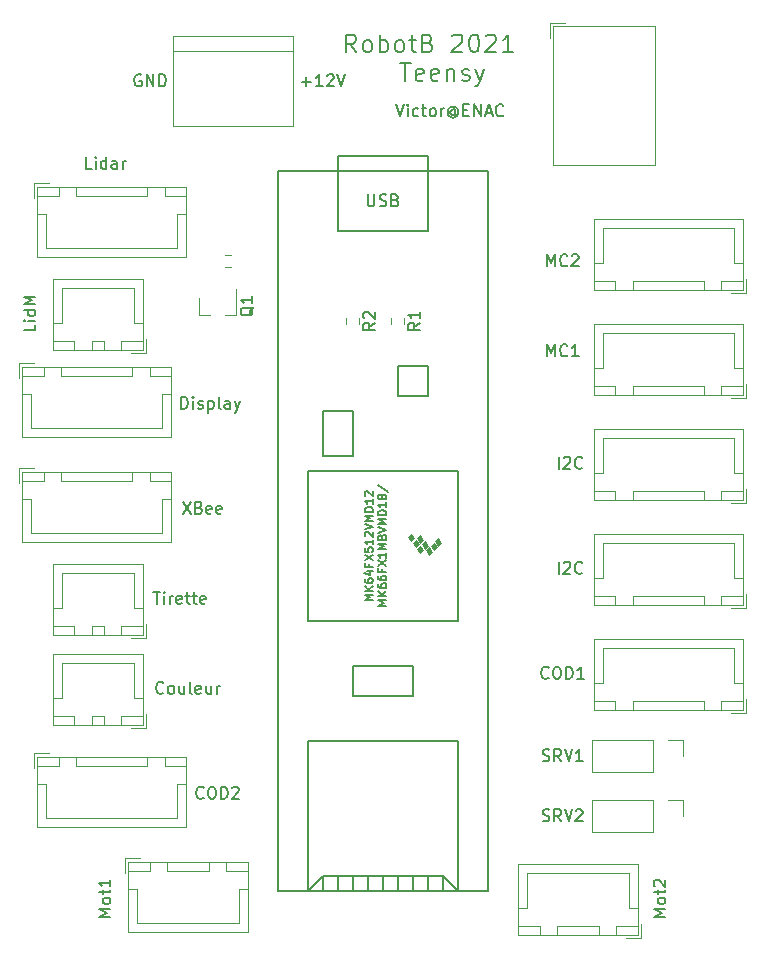
<source format=gbr>
%TF.GenerationSoftware,KiCad,Pcbnew,(5.1.9)-1*%
%TF.CreationDate,2021-03-25T13:19:16+01:00*%
%TF.ProjectId,kicad_robot_teensy,6b696361-645f-4726-9f62-6f745f746565,rev?*%
%TF.SameCoordinates,Original*%
%TF.FileFunction,Legend,Top*%
%TF.FilePolarity,Positive*%
%FSLAX46Y46*%
G04 Gerber Fmt 4.6, Leading zero omitted, Abs format (unit mm)*
G04 Created by KiCad (PCBNEW (5.1.9)-1) date 2021-03-25 13:19:16*
%MOMM*%
%LPD*%
G01*
G04 APERTURE LIST*
%ADD10C,0.150000*%
%ADD11C,0.120000*%
%ADD12C,0.100000*%
G04 APERTURE END LIST*
D10*
X160028095Y-92162380D02*
X160028095Y-92971904D01*
X160075714Y-93067142D01*
X160123333Y-93114761D01*
X160218571Y-93162380D01*
X160409047Y-93162380D01*
X160504285Y-93114761D01*
X160551904Y-93067142D01*
X160599523Y-92971904D01*
X160599523Y-92162380D01*
X161028095Y-93114761D02*
X161170952Y-93162380D01*
X161409047Y-93162380D01*
X161504285Y-93114761D01*
X161551904Y-93067142D01*
X161599523Y-92971904D01*
X161599523Y-92876666D01*
X161551904Y-92781428D01*
X161504285Y-92733809D01*
X161409047Y-92686190D01*
X161218571Y-92638571D01*
X161123333Y-92590952D01*
X161075714Y-92543333D01*
X161028095Y-92448095D01*
X161028095Y-92352857D01*
X161075714Y-92257619D01*
X161123333Y-92210000D01*
X161218571Y-92162380D01*
X161456666Y-92162380D01*
X161599523Y-92210000D01*
X162361428Y-92638571D02*
X162504285Y-92686190D01*
X162551904Y-92733809D01*
X162599523Y-92829047D01*
X162599523Y-92971904D01*
X162551904Y-93067142D01*
X162504285Y-93114761D01*
X162409047Y-93162380D01*
X162028095Y-93162380D01*
X162028095Y-92162380D01*
X162361428Y-92162380D01*
X162456666Y-92210000D01*
X162504285Y-92257619D01*
X162551904Y-92352857D01*
X162551904Y-92448095D01*
X162504285Y-92543333D01*
X162456666Y-92590952D01*
X162361428Y-92638571D01*
X162028095Y-92638571D01*
X162409761Y-84542380D02*
X162743095Y-85542380D01*
X163076428Y-84542380D01*
X163409761Y-85542380D02*
X163409761Y-84875714D01*
X163409761Y-84542380D02*
X163362142Y-84590000D01*
X163409761Y-84637619D01*
X163457380Y-84590000D01*
X163409761Y-84542380D01*
X163409761Y-84637619D01*
X164314523Y-85494761D02*
X164219285Y-85542380D01*
X164028809Y-85542380D01*
X163933571Y-85494761D01*
X163885952Y-85447142D01*
X163838333Y-85351904D01*
X163838333Y-85066190D01*
X163885952Y-84970952D01*
X163933571Y-84923333D01*
X164028809Y-84875714D01*
X164219285Y-84875714D01*
X164314523Y-84923333D01*
X164600238Y-84875714D02*
X164981190Y-84875714D01*
X164743095Y-84542380D02*
X164743095Y-85399523D01*
X164790714Y-85494761D01*
X164885952Y-85542380D01*
X164981190Y-85542380D01*
X165457380Y-85542380D02*
X165362142Y-85494761D01*
X165314523Y-85447142D01*
X165266904Y-85351904D01*
X165266904Y-85066190D01*
X165314523Y-84970952D01*
X165362142Y-84923333D01*
X165457380Y-84875714D01*
X165600238Y-84875714D01*
X165695476Y-84923333D01*
X165743095Y-84970952D01*
X165790714Y-85066190D01*
X165790714Y-85351904D01*
X165743095Y-85447142D01*
X165695476Y-85494761D01*
X165600238Y-85542380D01*
X165457380Y-85542380D01*
X166219285Y-85542380D02*
X166219285Y-84875714D01*
X166219285Y-85066190D02*
X166266904Y-84970952D01*
X166314523Y-84923333D01*
X166409761Y-84875714D01*
X166505000Y-84875714D01*
X167457380Y-85066190D02*
X167409761Y-85018571D01*
X167314523Y-84970952D01*
X167219285Y-84970952D01*
X167124047Y-85018571D01*
X167076428Y-85066190D01*
X167028809Y-85161428D01*
X167028809Y-85256666D01*
X167076428Y-85351904D01*
X167124047Y-85399523D01*
X167219285Y-85447142D01*
X167314523Y-85447142D01*
X167409761Y-85399523D01*
X167457380Y-85351904D01*
X167457380Y-84970952D02*
X167457380Y-85351904D01*
X167505000Y-85399523D01*
X167552619Y-85399523D01*
X167647857Y-85351904D01*
X167695476Y-85256666D01*
X167695476Y-85018571D01*
X167600238Y-84875714D01*
X167457380Y-84780476D01*
X167266904Y-84732857D01*
X167076428Y-84780476D01*
X166933571Y-84875714D01*
X166838333Y-85018571D01*
X166790714Y-85209047D01*
X166838333Y-85399523D01*
X166933571Y-85542380D01*
X167076428Y-85637619D01*
X167266904Y-85685238D01*
X167457380Y-85637619D01*
X167600238Y-85542380D01*
X168124047Y-85018571D02*
X168457380Y-85018571D01*
X168600238Y-85542380D02*
X168124047Y-85542380D01*
X168124047Y-84542380D01*
X168600238Y-84542380D01*
X169028809Y-85542380D02*
X169028809Y-84542380D01*
X169600238Y-85542380D01*
X169600238Y-84542380D01*
X170028809Y-85256666D02*
X170505000Y-85256666D01*
X169933571Y-85542380D02*
X170266904Y-84542380D01*
X170600238Y-85542380D01*
X171505000Y-85447142D02*
X171457380Y-85494761D01*
X171314523Y-85542380D01*
X171219285Y-85542380D01*
X171076428Y-85494761D01*
X170981190Y-85399523D01*
X170933571Y-85304285D01*
X170885952Y-85113809D01*
X170885952Y-84970952D01*
X170933571Y-84780476D01*
X170981190Y-84685238D01*
X171076428Y-84590000D01*
X171219285Y-84542380D01*
X171314523Y-84542380D01*
X171457380Y-84590000D01*
X171505000Y-84637619D01*
X159048571Y-80123571D02*
X158548571Y-79409285D01*
X158191428Y-80123571D02*
X158191428Y-78623571D01*
X158762857Y-78623571D01*
X158905714Y-78695000D01*
X158977142Y-78766428D01*
X159048571Y-78909285D01*
X159048571Y-79123571D01*
X158977142Y-79266428D01*
X158905714Y-79337857D01*
X158762857Y-79409285D01*
X158191428Y-79409285D01*
X159905714Y-80123571D02*
X159762857Y-80052142D01*
X159691428Y-79980714D01*
X159620000Y-79837857D01*
X159620000Y-79409285D01*
X159691428Y-79266428D01*
X159762857Y-79195000D01*
X159905714Y-79123571D01*
X160120000Y-79123571D01*
X160262857Y-79195000D01*
X160334285Y-79266428D01*
X160405714Y-79409285D01*
X160405714Y-79837857D01*
X160334285Y-79980714D01*
X160262857Y-80052142D01*
X160120000Y-80123571D01*
X159905714Y-80123571D01*
X161048571Y-80123571D02*
X161048571Y-78623571D01*
X161048571Y-79195000D02*
X161191428Y-79123571D01*
X161477142Y-79123571D01*
X161620000Y-79195000D01*
X161691428Y-79266428D01*
X161762857Y-79409285D01*
X161762857Y-79837857D01*
X161691428Y-79980714D01*
X161620000Y-80052142D01*
X161477142Y-80123571D01*
X161191428Y-80123571D01*
X161048571Y-80052142D01*
X162620000Y-80123571D02*
X162477142Y-80052142D01*
X162405714Y-79980714D01*
X162334285Y-79837857D01*
X162334285Y-79409285D01*
X162405714Y-79266428D01*
X162477142Y-79195000D01*
X162620000Y-79123571D01*
X162834285Y-79123571D01*
X162977142Y-79195000D01*
X163048571Y-79266428D01*
X163120000Y-79409285D01*
X163120000Y-79837857D01*
X163048571Y-79980714D01*
X162977142Y-80052142D01*
X162834285Y-80123571D01*
X162620000Y-80123571D01*
X163548571Y-79123571D02*
X164120000Y-79123571D01*
X163762857Y-78623571D02*
X163762857Y-79909285D01*
X163834285Y-80052142D01*
X163977142Y-80123571D01*
X164120000Y-80123571D01*
X165120000Y-79337857D02*
X165334285Y-79409285D01*
X165405714Y-79480714D01*
X165477142Y-79623571D01*
X165477142Y-79837857D01*
X165405714Y-79980714D01*
X165334285Y-80052142D01*
X165191428Y-80123571D01*
X164620000Y-80123571D01*
X164620000Y-78623571D01*
X165120000Y-78623571D01*
X165262857Y-78695000D01*
X165334285Y-78766428D01*
X165405714Y-78909285D01*
X165405714Y-79052142D01*
X165334285Y-79195000D01*
X165262857Y-79266428D01*
X165120000Y-79337857D01*
X164620000Y-79337857D01*
X167191428Y-78766428D02*
X167262857Y-78695000D01*
X167405714Y-78623571D01*
X167762857Y-78623571D01*
X167905714Y-78695000D01*
X167977142Y-78766428D01*
X168048571Y-78909285D01*
X168048571Y-79052142D01*
X167977142Y-79266428D01*
X167120000Y-80123571D01*
X168048571Y-80123571D01*
X168977142Y-78623571D02*
X169120000Y-78623571D01*
X169262857Y-78695000D01*
X169334285Y-78766428D01*
X169405714Y-78909285D01*
X169477142Y-79195000D01*
X169477142Y-79552142D01*
X169405714Y-79837857D01*
X169334285Y-79980714D01*
X169262857Y-80052142D01*
X169120000Y-80123571D01*
X168977142Y-80123571D01*
X168834285Y-80052142D01*
X168762857Y-79980714D01*
X168691428Y-79837857D01*
X168620000Y-79552142D01*
X168620000Y-79195000D01*
X168691428Y-78909285D01*
X168762857Y-78766428D01*
X168834285Y-78695000D01*
X168977142Y-78623571D01*
X170048571Y-78766428D02*
X170120000Y-78695000D01*
X170262857Y-78623571D01*
X170620000Y-78623571D01*
X170762857Y-78695000D01*
X170834285Y-78766428D01*
X170905714Y-78909285D01*
X170905714Y-79052142D01*
X170834285Y-79266428D01*
X169977142Y-80123571D01*
X170905714Y-80123571D01*
X172334285Y-80123571D02*
X171477142Y-80123571D01*
X171905714Y-80123571D02*
X171905714Y-78623571D01*
X171762857Y-78837857D01*
X171620000Y-78980714D01*
X171477142Y-79052142D01*
X162798571Y-81023571D02*
X163655714Y-81023571D01*
X163227142Y-82523571D02*
X163227142Y-81023571D01*
X164727142Y-82452142D02*
X164584285Y-82523571D01*
X164298571Y-82523571D01*
X164155714Y-82452142D01*
X164084285Y-82309285D01*
X164084285Y-81737857D01*
X164155714Y-81595000D01*
X164298571Y-81523571D01*
X164584285Y-81523571D01*
X164727142Y-81595000D01*
X164798571Y-81737857D01*
X164798571Y-81880714D01*
X164084285Y-82023571D01*
X166012857Y-82452142D02*
X165870000Y-82523571D01*
X165584285Y-82523571D01*
X165441428Y-82452142D01*
X165370000Y-82309285D01*
X165370000Y-81737857D01*
X165441428Y-81595000D01*
X165584285Y-81523571D01*
X165870000Y-81523571D01*
X166012857Y-81595000D01*
X166084285Y-81737857D01*
X166084285Y-81880714D01*
X165370000Y-82023571D01*
X166727142Y-81523571D02*
X166727142Y-82523571D01*
X166727142Y-81666428D02*
X166798571Y-81595000D01*
X166941428Y-81523571D01*
X167155714Y-81523571D01*
X167298571Y-81595000D01*
X167370000Y-81737857D01*
X167370000Y-82523571D01*
X168012857Y-82452142D02*
X168155714Y-82523571D01*
X168441428Y-82523571D01*
X168584285Y-82452142D01*
X168655714Y-82309285D01*
X168655714Y-82237857D01*
X168584285Y-82095000D01*
X168441428Y-82023571D01*
X168227142Y-82023571D01*
X168084285Y-81952142D01*
X168012857Y-81809285D01*
X168012857Y-81737857D01*
X168084285Y-81595000D01*
X168227142Y-81523571D01*
X168441428Y-81523571D01*
X168584285Y-81595000D01*
X169155714Y-81523571D02*
X169512857Y-82523571D01*
X169870000Y-81523571D02*
X169512857Y-82523571D01*
X169370000Y-82880714D01*
X169298571Y-82952142D01*
X169155714Y-83023571D01*
X154448095Y-82621428D02*
X155210000Y-82621428D01*
X154829047Y-83002380D02*
X154829047Y-82240476D01*
X156210000Y-83002380D02*
X155638571Y-83002380D01*
X155924285Y-83002380D02*
X155924285Y-82002380D01*
X155829047Y-82145238D01*
X155733809Y-82240476D01*
X155638571Y-82288095D01*
X156590952Y-82097619D02*
X156638571Y-82050000D01*
X156733809Y-82002380D01*
X156971904Y-82002380D01*
X157067142Y-82050000D01*
X157114761Y-82097619D01*
X157162380Y-82192857D01*
X157162380Y-82288095D01*
X157114761Y-82430952D01*
X156543333Y-83002380D01*
X157162380Y-83002380D01*
X157448095Y-82002380D02*
X157781428Y-83002380D01*
X158114761Y-82002380D01*
X140843095Y-82050000D02*
X140747857Y-82002380D01*
X140605000Y-82002380D01*
X140462142Y-82050000D01*
X140366904Y-82145238D01*
X140319285Y-82240476D01*
X140271666Y-82430952D01*
X140271666Y-82573809D01*
X140319285Y-82764285D01*
X140366904Y-82859523D01*
X140462142Y-82954761D01*
X140605000Y-83002380D01*
X140700238Y-83002380D01*
X140843095Y-82954761D01*
X140890714Y-82907142D01*
X140890714Y-82573809D01*
X140700238Y-82573809D01*
X141319285Y-83002380D02*
X141319285Y-82002380D01*
X141890714Y-83002380D01*
X141890714Y-82002380D01*
X142366904Y-83002380D02*
X142366904Y-82002380D01*
X142605000Y-82002380D01*
X142747857Y-82050000D01*
X142843095Y-82145238D01*
X142890714Y-82240476D01*
X142938333Y-82430952D01*
X142938333Y-82573809D01*
X142890714Y-82764285D01*
X142843095Y-82859523D01*
X142747857Y-82954761D01*
X142605000Y-83002380D01*
X142366904Y-83002380D01*
X136652142Y-89987380D02*
X136175952Y-89987380D01*
X136175952Y-88987380D01*
X136985476Y-89987380D02*
X136985476Y-89320714D01*
X136985476Y-88987380D02*
X136937857Y-89035000D01*
X136985476Y-89082619D01*
X137033095Y-89035000D01*
X136985476Y-88987380D01*
X136985476Y-89082619D01*
X137890238Y-89987380D02*
X137890238Y-88987380D01*
X137890238Y-89939761D02*
X137795000Y-89987380D01*
X137604523Y-89987380D01*
X137509285Y-89939761D01*
X137461666Y-89892142D01*
X137414047Y-89796904D01*
X137414047Y-89511190D01*
X137461666Y-89415952D01*
X137509285Y-89368333D01*
X137604523Y-89320714D01*
X137795000Y-89320714D01*
X137890238Y-89368333D01*
X138795000Y-89987380D02*
X138795000Y-89463571D01*
X138747380Y-89368333D01*
X138652142Y-89320714D01*
X138461666Y-89320714D01*
X138366428Y-89368333D01*
X138795000Y-89939761D02*
X138699761Y-89987380D01*
X138461666Y-89987380D01*
X138366428Y-89939761D01*
X138318809Y-89844523D01*
X138318809Y-89749285D01*
X138366428Y-89654047D01*
X138461666Y-89606428D01*
X138699761Y-89606428D01*
X138795000Y-89558809D01*
X139271190Y-89987380D02*
X139271190Y-89320714D01*
X139271190Y-89511190D02*
X139318809Y-89415952D01*
X139366428Y-89368333D01*
X139461666Y-89320714D01*
X139556904Y-89320714D01*
X131897380Y-103187380D02*
X131897380Y-103663571D01*
X130897380Y-103663571D01*
X131897380Y-102854047D02*
X131230714Y-102854047D01*
X130897380Y-102854047D02*
X130945000Y-102901666D01*
X130992619Y-102854047D01*
X130945000Y-102806428D01*
X130897380Y-102854047D01*
X130992619Y-102854047D01*
X131897380Y-101949285D02*
X130897380Y-101949285D01*
X131849761Y-101949285D02*
X131897380Y-102044523D01*
X131897380Y-102235000D01*
X131849761Y-102330238D01*
X131802142Y-102377857D01*
X131706904Y-102425476D01*
X131421190Y-102425476D01*
X131325952Y-102377857D01*
X131278333Y-102330238D01*
X131230714Y-102235000D01*
X131230714Y-102044523D01*
X131278333Y-101949285D01*
X131897380Y-101473095D02*
X130897380Y-101473095D01*
X131611666Y-101139761D01*
X130897380Y-100806428D01*
X131897380Y-100806428D01*
X144232619Y-110307380D02*
X144232619Y-109307380D01*
X144470714Y-109307380D01*
X144613571Y-109355000D01*
X144708809Y-109450238D01*
X144756428Y-109545476D01*
X144804047Y-109735952D01*
X144804047Y-109878809D01*
X144756428Y-110069285D01*
X144708809Y-110164523D01*
X144613571Y-110259761D01*
X144470714Y-110307380D01*
X144232619Y-110307380D01*
X145232619Y-110307380D02*
X145232619Y-109640714D01*
X145232619Y-109307380D02*
X145185000Y-109355000D01*
X145232619Y-109402619D01*
X145280238Y-109355000D01*
X145232619Y-109307380D01*
X145232619Y-109402619D01*
X145661190Y-110259761D02*
X145756428Y-110307380D01*
X145946904Y-110307380D01*
X146042142Y-110259761D01*
X146089761Y-110164523D01*
X146089761Y-110116904D01*
X146042142Y-110021666D01*
X145946904Y-109974047D01*
X145804047Y-109974047D01*
X145708809Y-109926428D01*
X145661190Y-109831190D01*
X145661190Y-109783571D01*
X145708809Y-109688333D01*
X145804047Y-109640714D01*
X145946904Y-109640714D01*
X146042142Y-109688333D01*
X146518333Y-109640714D02*
X146518333Y-110640714D01*
X146518333Y-109688333D02*
X146613571Y-109640714D01*
X146804047Y-109640714D01*
X146899285Y-109688333D01*
X146946904Y-109735952D01*
X146994523Y-109831190D01*
X146994523Y-110116904D01*
X146946904Y-110212142D01*
X146899285Y-110259761D01*
X146804047Y-110307380D01*
X146613571Y-110307380D01*
X146518333Y-110259761D01*
X147565952Y-110307380D02*
X147470714Y-110259761D01*
X147423095Y-110164523D01*
X147423095Y-109307380D01*
X148375476Y-110307380D02*
X148375476Y-109783571D01*
X148327857Y-109688333D01*
X148232619Y-109640714D01*
X148042142Y-109640714D01*
X147946904Y-109688333D01*
X148375476Y-110259761D02*
X148280238Y-110307380D01*
X148042142Y-110307380D01*
X147946904Y-110259761D01*
X147899285Y-110164523D01*
X147899285Y-110069285D01*
X147946904Y-109974047D01*
X148042142Y-109926428D01*
X148280238Y-109926428D01*
X148375476Y-109878809D01*
X148756428Y-109640714D02*
X148994523Y-110307380D01*
X149232619Y-109640714D02*
X148994523Y-110307380D01*
X148899285Y-110545476D01*
X148851666Y-110593095D01*
X148756428Y-110640714D01*
X144359523Y-118197380D02*
X145026190Y-119197380D01*
X145026190Y-118197380D02*
X144359523Y-119197380D01*
X145740476Y-118673571D02*
X145883333Y-118721190D01*
X145930952Y-118768809D01*
X145978571Y-118864047D01*
X145978571Y-119006904D01*
X145930952Y-119102142D01*
X145883333Y-119149761D01*
X145788095Y-119197380D01*
X145407142Y-119197380D01*
X145407142Y-118197380D01*
X145740476Y-118197380D01*
X145835714Y-118245000D01*
X145883333Y-118292619D01*
X145930952Y-118387857D01*
X145930952Y-118483095D01*
X145883333Y-118578333D01*
X145835714Y-118625952D01*
X145740476Y-118673571D01*
X145407142Y-118673571D01*
X146788095Y-119149761D02*
X146692857Y-119197380D01*
X146502380Y-119197380D01*
X146407142Y-119149761D01*
X146359523Y-119054523D01*
X146359523Y-118673571D01*
X146407142Y-118578333D01*
X146502380Y-118530714D01*
X146692857Y-118530714D01*
X146788095Y-118578333D01*
X146835714Y-118673571D01*
X146835714Y-118768809D01*
X146359523Y-118864047D01*
X147645238Y-119149761D02*
X147550000Y-119197380D01*
X147359523Y-119197380D01*
X147264285Y-119149761D01*
X147216666Y-119054523D01*
X147216666Y-118673571D01*
X147264285Y-118578333D01*
X147359523Y-118530714D01*
X147550000Y-118530714D01*
X147645238Y-118578333D01*
X147692857Y-118673571D01*
X147692857Y-118768809D01*
X147216666Y-118864047D01*
X142732380Y-134342142D02*
X142684761Y-134389761D01*
X142541904Y-134437380D01*
X142446666Y-134437380D01*
X142303809Y-134389761D01*
X142208571Y-134294523D01*
X142160952Y-134199285D01*
X142113333Y-134008809D01*
X142113333Y-133865952D01*
X142160952Y-133675476D01*
X142208571Y-133580238D01*
X142303809Y-133485000D01*
X142446666Y-133437380D01*
X142541904Y-133437380D01*
X142684761Y-133485000D01*
X142732380Y-133532619D01*
X143303809Y-134437380D02*
X143208571Y-134389761D01*
X143160952Y-134342142D01*
X143113333Y-134246904D01*
X143113333Y-133961190D01*
X143160952Y-133865952D01*
X143208571Y-133818333D01*
X143303809Y-133770714D01*
X143446666Y-133770714D01*
X143541904Y-133818333D01*
X143589523Y-133865952D01*
X143637142Y-133961190D01*
X143637142Y-134246904D01*
X143589523Y-134342142D01*
X143541904Y-134389761D01*
X143446666Y-134437380D01*
X143303809Y-134437380D01*
X144494285Y-133770714D02*
X144494285Y-134437380D01*
X144065714Y-133770714D02*
X144065714Y-134294523D01*
X144113333Y-134389761D01*
X144208571Y-134437380D01*
X144351428Y-134437380D01*
X144446666Y-134389761D01*
X144494285Y-134342142D01*
X145113333Y-134437380D02*
X145018095Y-134389761D01*
X144970476Y-134294523D01*
X144970476Y-133437380D01*
X145875238Y-134389761D02*
X145780000Y-134437380D01*
X145589523Y-134437380D01*
X145494285Y-134389761D01*
X145446666Y-134294523D01*
X145446666Y-133913571D01*
X145494285Y-133818333D01*
X145589523Y-133770714D01*
X145780000Y-133770714D01*
X145875238Y-133818333D01*
X145922857Y-133913571D01*
X145922857Y-134008809D01*
X145446666Y-134104047D01*
X146780000Y-133770714D02*
X146780000Y-134437380D01*
X146351428Y-133770714D02*
X146351428Y-134294523D01*
X146399047Y-134389761D01*
X146494285Y-134437380D01*
X146637142Y-134437380D01*
X146732380Y-134389761D01*
X146780000Y-134342142D01*
X147256190Y-134437380D02*
X147256190Y-133770714D01*
X147256190Y-133961190D02*
X147303809Y-133865952D01*
X147351428Y-133818333D01*
X147446666Y-133770714D01*
X147541904Y-133770714D01*
X141883095Y-125817380D02*
X142454523Y-125817380D01*
X142168809Y-126817380D02*
X142168809Y-125817380D01*
X142787857Y-126817380D02*
X142787857Y-126150714D01*
X142787857Y-125817380D02*
X142740238Y-125865000D01*
X142787857Y-125912619D01*
X142835476Y-125865000D01*
X142787857Y-125817380D01*
X142787857Y-125912619D01*
X143264047Y-126817380D02*
X143264047Y-126150714D01*
X143264047Y-126341190D02*
X143311666Y-126245952D01*
X143359285Y-126198333D01*
X143454523Y-126150714D01*
X143549761Y-126150714D01*
X144264047Y-126769761D02*
X144168809Y-126817380D01*
X143978333Y-126817380D01*
X143883095Y-126769761D01*
X143835476Y-126674523D01*
X143835476Y-126293571D01*
X143883095Y-126198333D01*
X143978333Y-126150714D01*
X144168809Y-126150714D01*
X144264047Y-126198333D01*
X144311666Y-126293571D01*
X144311666Y-126388809D01*
X143835476Y-126484047D01*
X144597380Y-126150714D02*
X144978333Y-126150714D01*
X144740238Y-125817380D02*
X144740238Y-126674523D01*
X144787857Y-126769761D01*
X144883095Y-126817380D01*
X144978333Y-126817380D01*
X145168809Y-126150714D02*
X145549761Y-126150714D01*
X145311666Y-125817380D02*
X145311666Y-126674523D01*
X145359285Y-126769761D01*
X145454523Y-126817380D01*
X145549761Y-126817380D01*
X146264047Y-126769761D02*
X146168809Y-126817380D01*
X145978333Y-126817380D01*
X145883095Y-126769761D01*
X145835476Y-126674523D01*
X145835476Y-126293571D01*
X145883095Y-126198333D01*
X145978333Y-126150714D01*
X146168809Y-126150714D01*
X146264047Y-126198333D01*
X146311666Y-126293571D01*
X146311666Y-126388809D01*
X145835476Y-126484047D01*
X146129523Y-143232142D02*
X146081904Y-143279761D01*
X145939047Y-143327380D01*
X145843809Y-143327380D01*
X145700952Y-143279761D01*
X145605714Y-143184523D01*
X145558095Y-143089285D01*
X145510476Y-142898809D01*
X145510476Y-142755952D01*
X145558095Y-142565476D01*
X145605714Y-142470238D01*
X145700952Y-142375000D01*
X145843809Y-142327380D01*
X145939047Y-142327380D01*
X146081904Y-142375000D01*
X146129523Y-142422619D01*
X146748571Y-142327380D02*
X146939047Y-142327380D01*
X147034285Y-142375000D01*
X147129523Y-142470238D01*
X147177142Y-142660714D01*
X147177142Y-142994047D01*
X147129523Y-143184523D01*
X147034285Y-143279761D01*
X146939047Y-143327380D01*
X146748571Y-143327380D01*
X146653333Y-143279761D01*
X146558095Y-143184523D01*
X146510476Y-142994047D01*
X146510476Y-142660714D01*
X146558095Y-142470238D01*
X146653333Y-142375000D01*
X146748571Y-142327380D01*
X147605714Y-143327380D02*
X147605714Y-142327380D01*
X147843809Y-142327380D01*
X147986666Y-142375000D01*
X148081904Y-142470238D01*
X148129523Y-142565476D01*
X148177142Y-142755952D01*
X148177142Y-142898809D01*
X148129523Y-143089285D01*
X148081904Y-143184523D01*
X147986666Y-143279761D01*
X147843809Y-143327380D01*
X147605714Y-143327380D01*
X148558095Y-142422619D02*
X148605714Y-142375000D01*
X148700952Y-142327380D01*
X148939047Y-142327380D01*
X149034285Y-142375000D01*
X149081904Y-142422619D01*
X149129523Y-142517857D01*
X149129523Y-142613095D01*
X149081904Y-142755952D01*
X148510476Y-143327380D01*
X149129523Y-143327380D01*
X138247380Y-153312619D02*
X137247380Y-153312619D01*
X137961666Y-152979285D01*
X137247380Y-152645952D01*
X138247380Y-152645952D01*
X138247380Y-152026904D02*
X138199761Y-152122142D01*
X138152142Y-152169761D01*
X138056904Y-152217380D01*
X137771190Y-152217380D01*
X137675952Y-152169761D01*
X137628333Y-152122142D01*
X137580714Y-152026904D01*
X137580714Y-151884047D01*
X137628333Y-151788809D01*
X137675952Y-151741190D01*
X137771190Y-151693571D01*
X138056904Y-151693571D01*
X138152142Y-151741190D01*
X138199761Y-151788809D01*
X138247380Y-151884047D01*
X138247380Y-152026904D01*
X137580714Y-151407857D02*
X137580714Y-151026904D01*
X137247380Y-151265000D02*
X138104523Y-151265000D01*
X138199761Y-151217380D01*
X138247380Y-151122142D01*
X138247380Y-151026904D01*
X138247380Y-150169761D02*
X138247380Y-150741190D01*
X138247380Y-150455476D02*
X137247380Y-150455476D01*
X137390238Y-150550714D01*
X137485476Y-150645952D01*
X137533095Y-150741190D01*
X185237380Y-153312619D02*
X184237380Y-153312619D01*
X184951666Y-152979285D01*
X184237380Y-152645952D01*
X185237380Y-152645952D01*
X185237380Y-152026904D02*
X185189761Y-152122142D01*
X185142142Y-152169761D01*
X185046904Y-152217380D01*
X184761190Y-152217380D01*
X184665952Y-152169761D01*
X184618333Y-152122142D01*
X184570714Y-152026904D01*
X184570714Y-151884047D01*
X184618333Y-151788809D01*
X184665952Y-151741190D01*
X184761190Y-151693571D01*
X185046904Y-151693571D01*
X185142142Y-151741190D01*
X185189761Y-151788809D01*
X185237380Y-151884047D01*
X185237380Y-152026904D01*
X184570714Y-151407857D02*
X184570714Y-151026904D01*
X184237380Y-151265000D02*
X185094523Y-151265000D01*
X185189761Y-151217380D01*
X185237380Y-151122142D01*
X185237380Y-151026904D01*
X184332619Y-150741190D02*
X184285000Y-150693571D01*
X184237380Y-150598333D01*
X184237380Y-150360238D01*
X184285000Y-150265000D01*
X184332619Y-150217380D01*
X184427857Y-150169761D01*
X184523095Y-150169761D01*
X184665952Y-150217380D01*
X185237380Y-150788809D01*
X185237380Y-150169761D01*
X174839523Y-145184761D02*
X174982380Y-145232380D01*
X175220476Y-145232380D01*
X175315714Y-145184761D01*
X175363333Y-145137142D01*
X175410952Y-145041904D01*
X175410952Y-144946666D01*
X175363333Y-144851428D01*
X175315714Y-144803809D01*
X175220476Y-144756190D01*
X175030000Y-144708571D01*
X174934761Y-144660952D01*
X174887142Y-144613333D01*
X174839523Y-144518095D01*
X174839523Y-144422857D01*
X174887142Y-144327619D01*
X174934761Y-144280000D01*
X175030000Y-144232380D01*
X175268095Y-144232380D01*
X175410952Y-144280000D01*
X176410952Y-145232380D02*
X176077619Y-144756190D01*
X175839523Y-145232380D02*
X175839523Y-144232380D01*
X176220476Y-144232380D01*
X176315714Y-144280000D01*
X176363333Y-144327619D01*
X176410952Y-144422857D01*
X176410952Y-144565714D01*
X176363333Y-144660952D01*
X176315714Y-144708571D01*
X176220476Y-144756190D01*
X175839523Y-144756190D01*
X176696666Y-144232380D02*
X177030000Y-145232380D01*
X177363333Y-144232380D01*
X177649047Y-144327619D02*
X177696666Y-144280000D01*
X177791904Y-144232380D01*
X178030000Y-144232380D01*
X178125238Y-144280000D01*
X178172857Y-144327619D01*
X178220476Y-144422857D01*
X178220476Y-144518095D01*
X178172857Y-144660952D01*
X177601428Y-145232380D01*
X178220476Y-145232380D01*
X174839523Y-140104761D02*
X174982380Y-140152380D01*
X175220476Y-140152380D01*
X175315714Y-140104761D01*
X175363333Y-140057142D01*
X175410952Y-139961904D01*
X175410952Y-139866666D01*
X175363333Y-139771428D01*
X175315714Y-139723809D01*
X175220476Y-139676190D01*
X175030000Y-139628571D01*
X174934761Y-139580952D01*
X174887142Y-139533333D01*
X174839523Y-139438095D01*
X174839523Y-139342857D01*
X174887142Y-139247619D01*
X174934761Y-139200000D01*
X175030000Y-139152380D01*
X175268095Y-139152380D01*
X175410952Y-139200000D01*
X176410952Y-140152380D02*
X176077619Y-139676190D01*
X175839523Y-140152380D02*
X175839523Y-139152380D01*
X176220476Y-139152380D01*
X176315714Y-139200000D01*
X176363333Y-139247619D01*
X176410952Y-139342857D01*
X176410952Y-139485714D01*
X176363333Y-139580952D01*
X176315714Y-139628571D01*
X176220476Y-139676190D01*
X175839523Y-139676190D01*
X176696666Y-139152380D02*
X177030000Y-140152380D01*
X177363333Y-139152380D01*
X178220476Y-140152380D02*
X177649047Y-140152380D01*
X177934761Y-140152380D02*
X177934761Y-139152380D01*
X177839523Y-139295238D01*
X177744285Y-139390476D01*
X177649047Y-139438095D01*
X175339523Y-133072142D02*
X175291904Y-133119761D01*
X175149047Y-133167380D01*
X175053809Y-133167380D01*
X174910952Y-133119761D01*
X174815714Y-133024523D01*
X174768095Y-132929285D01*
X174720476Y-132738809D01*
X174720476Y-132595952D01*
X174768095Y-132405476D01*
X174815714Y-132310238D01*
X174910952Y-132215000D01*
X175053809Y-132167380D01*
X175149047Y-132167380D01*
X175291904Y-132215000D01*
X175339523Y-132262619D01*
X175958571Y-132167380D02*
X176149047Y-132167380D01*
X176244285Y-132215000D01*
X176339523Y-132310238D01*
X176387142Y-132500714D01*
X176387142Y-132834047D01*
X176339523Y-133024523D01*
X176244285Y-133119761D01*
X176149047Y-133167380D01*
X175958571Y-133167380D01*
X175863333Y-133119761D01*
X175768095Y-133024523D01*
X175720476Y-132834047D01*
X175720476Y-132500714D01*
X175768095Y-132310238D01*
X175863333Y-132215000D01*
X175958571Y-132167380D01*
X176815714Y-133167380D02*
X176815714Y-132167380D01*
X177053809Y-132167380D01*
X177196666Y-132215000D01*
X177291904Y-132310238D01*
X177339523Y-132405476D01*
X177387142Y-132595952D01*
X177387142Y-132738809D01*
X177339523Y-132929285D01*
X177291904Y-133024523D01*
X177196666Y-133119761D01*
X177053809Y-133167380D01*
X176815714Y-133167380D01*
X178339523Y-133167380D02*
X177768095Y-133167380D01*
X178053809Y-133167380D02*
X178053809Y-132167380D01*
X177958571Y-132310238D01*
X177863333Y-132405476D01*
X177768095Y-132453095D01*
X176188809Y-124277380D02*
X176188809Y-123277380D01*
X176617380Y-123372619D02*
X176665000Y-123325000D01*
X176760238Y-123277380D01*
X176998333Y-123277380D01*
X177093571Y-123325000D01*
X177141190Y-123372619D01*
X177188809Y-123467857D01*
X177188809Y-123563095D01*
X177141190Y-123705952D01*
X176569761Y-124277380D01*
X177188809Y-124277380D01*
X178188809Y-124182142D02*
X178141190Y-124229761D01*
X177998333Y-124277380D01*
X177903095Y-124277380D01*
X177760238Y-124229761D01*
X177665000Y-124134523D01*
X177617380Y-124039285D01*
X177569761Y-123848809D01*
X177569761Y-123705952D01*
X177617380Y-123515476D01*
X177665000Y-123420238D01*
X177760238Y-123325000D01*
X177903095Y-123277380D01*
X177998333Y-123277380D01*
X178141190Y-123325000D01*
X178188809Y-123372619D01*
X176188809Y-115387380D02*
X176188809Y-114387380D01*
X176617380Y-114482619D02*
X176665000Y-114435000D01*
X176760238Y-114387380D01*
X176998333Y-114387380D01*
X177093571Y-114435000D01*
X177141190Y-114482619D01*
X177188809Y-114577857D01*
X177188809Y-114673095D01*
X177141190Y-114815952D01*
X176569761Y-115387380D01*
X177188809Y-115387380D01*
X178188809Y-115292142D02*
X178141190Y-115339761D01*
X177998333Y-115387380D01*
X177903095Y-115387380D01*
X177760238Y-115339761D01*
X177665000Y-115244523D01*
X177617380Y-115149285D01*
X177569761Y-114958809D01*
X177569761Y-114815952D01*
X177617380Y-114625476D01*
X177665000Y-114530238D01*
X177760238Y-114435000D01*
X177903095Y-114387380D01*
X177998333Y-114387380D01*
X178141190Y-114435000D01*
X178188809Y-114482619D01*
X175220476Y-105862380D02*
X175220476Y-104862380D01*
X175553809Y-105576666D01*
X175887142Y-104862380D01*
X175887142Y-105862380D01*
X176934761Y-105767142D02*
X176887142Y-105814761D01*
X176744285Y-105862380D01*
X176649047Y-105862380D01*
X176506190Y-105814761D01*
X176410952Y-105719523D01*
X176363333Y-105624285D01*
X176315714Y-105433809D01*
X176315714Y-105290952D01*
X176363333Y-105100476D01*
X176410952Y-105005238D01*
X176506190Y-104910000D01*
X176649047Y-104862380D01*
X176744285Y-104862380D01*
X176887142Y-104910000D01*
X176934761Y-104957619D01*
X177887142Y-105862380D02*
X177315714Y-105862380D01*
X177601428Y-105862380D02*
X177601428Y-104862380D01*
X177506190Y-105005238D01*
X177410952Y-105100476D01*
X177315714Y-105148095D01*
X175220476Y-98242380D02*
X175220476Y-97242380D01*
X175553809Y-97956666D01*
X175887142Y-97242380D01*
X175887142Y-98242380D01*
X176934761Y-98147142D02*
X176887142Y-98194761D01*
X176744285Y-98242380D01*
X176649047Y-98242380D01*
X176506190Y-98194761D01*
X176410952Y-98099523D01*
X176363333Y-98004285D01*
X176315714Y-97813809D01*
X176315714Y-97670952D01*
X176363333Y-97480476D01*
X176410952Y-97385238D01*
X176506190Y-97290000D01*
X176649047Y-97242380D01*
X176744285Y-97242380D01*
X176887142Y-97290000D01*
X176934761Y-97337619D01*
X177315714Y-97337619D02*
X177363333Y-97290000D01*
X177458571Y-97242380D01*
X177696666Y-97242380D01*
X177791904Y-97290000D01*
X177839523Y-97337619D01*
X177887142Y-97432857D01*
X177887142Y-97528095D01*
X177839523Y-97670952D01*
X177268095Y-98242380D01*
X177887142Y-98242380D01*
D11*
%TO.C,CONN->SERV_BAR1*%
X179010000Y-138370000D02*
X179010000Y-141030000D01*
X184150000Y-138370000D02*
X179010000Y-138370000D01*
X184150000Y-141030000D02*
X179010000Y-141030000D01*
X184150000Y-138370000D02*
X184150000Y-141030000D01*
X185420000Y-138370000D02*
X186750000Y-138370000D01*
X186750000Y-138370000D02*
X186750000Y-139700000D01*
D12*
%TO.C,CARTE_MICR_COTROL1*%
G36*
X165100000Y-121920000D02*
G01*
X164846000Y-122174000D01*
X164592000Y-121793000D01*
X164846000Y-121539000D01*
X165100000Y-121920000D01*
G37*
X165100000Y-121920000D02*
X164846000Y-122174000D01*
X164592000Y-121793000D01*
X164846000Y-121539000D01*
X165100000Y-121920000D01*
G36*
X165862000Y-122047000D02*
G01*
X165608000Y-122301000D01*
X165354000Y-121920000D01*
X165608000Y-121666000D01*
X165862000Y-122047000D01*
G37*
X165862000Y-122047000D02*
X165608000Y-122301000D01*
X165354000Y-121920000D01*
X165608000Y-121666000D01*
X165862000Y-122047000D01*
G36*
X164719000Y-122301000D02*
G01*
X164465000Y-122555000D01*
X164211000Y-122174000D01*
X164465000Y-121920000D01*
X164719000Y-122301000D01*
G37*
X164719000Y-122301000D02*
X164465000Y-122555000D01*
X164211000Y-122174000D01*
X164465000Y-121920000D01*
X164719000Y-122301000D01*
G36*
X164338000Y-121793000D02*
G01*
X164084000Y-122047000D01*
X163830000Y-121666000D01*
X164084000Y-121412000D01*
X164338000Y-121793000D01*
G37*
X164338000Y-121793000D02*
X164084000Y-122047000D01*
X163830000Y-121666000D01*
X164084000Y-121412000D01*
X164338000Y-121793000D01*
G36*
X165481000Y-122428000D02*
G01*
X165227000Y-122682000D01*
X164973000Y-122301000D01*
X165227000Y-122047000D01*
X165481000Y-122428000D01*
G37*
X165481000Y-122428000D02*
X165227000Y-122682000D01*
X164973000Y-122301000D01*
X165227000Y-122047000D01*
X165481000Y-122428000D01*
G36*
X163957000Y-121285000D02*
G01*
X163703000Y-121539000D01*
X163449000Y-121158000D01*
X163703000Y-120904000D01*
X163957000Y-121285000D01*
G37*
X163957000Y-121285000D02*
X163703000Y-121539000D01*
X163449000Y-121158000D01*
X163703000Y-120904000D01*
X163957000Y-121285000D01*
G36*
X164719000Y-121412000D02*
G01*
X164465000Y-121666000D01*
X164211000Y-121285000D01*
X164465000Y-121031000D01*
X164719000Y-121412000D01*
G37*
X164719000Y-121412000D02*
X164465000Y-121666000D01*
X164211000Y-121285000D01*
X164465000Y-121031000D01*
X164719000Y-121412000D01*
G36*
X166243000Y-121666000D02*
G01*
X165989000Y-121920000D01*
X165735000Y-121539000D01*
X165989000Y-121285000D01*
X166243000Y-121666000D01*
G37*
X166243000Y-121666000D02*
X165989000Y-121920000D01*
X165735000Y-121539000D01*
X165989000Y-121285000D01*
X166243000Y-121666000D01*
D10*
X152400000Y-90170000D02*
X170180000Y-90170000D01*
X170180000Y-151130000D02*
X152400000Y-151130000D01*
X163830000Y-132080000D02*
X163830000Y-134620000D01*
X158750000Y-132080000D02*
X163830000Y-132080000D01*
X158750000Y-134620000D02*
X158750000Y-132080000D01*
X163830000Y-134620000D02*
X158750000Y-134620000D01*
X157480000Y-95250000D02*
X157480000Y-90170000D01*
X165100000Y-95250000D02*
X165100000Y-90170000D01*
X157480000Y-95250000D02*
X165100000Y-95250000D01*
X165100000Y-88900000D02*
X165100000Y-90170000D01*
X157480000Y-88900000D02*
X165100000Y-88900000D01*
X157480000Y-90170000D02*
X157480000Y-88900000D01*
X152400000Y-90170000D02*
X152400000Y-151130000D01*
X170180000Y-151130000D02*
X170180000Y-90170000D01*
X154940000Y-138430000D02*
X154940000Y-151130000D01*
X167640000Y-138430000D02*
X154940000Y-138430000D01*
X167640000Y-151130000D02*
X167640000Y-138430000D01*
X166370000Y-149860000D02*
X167640000Y-151130000D01*
X156210000Y-149860000D02*
X166370000Y-149860000D01*
X154940000Y-151130000D02*
X156210000Y-149860000D01*
X166370000Y-149860000D02*
X166370000Y-151130000D01*
X165100000Y-149860000D02*
X165100000Y-151130000D01*
X163830000Y-149860000D02*
X163830000Y-151130000D01*
X162560000Y-149860000D02*
X162560000Y-151130000D01*
X161290000Y-149860000D02*
X161290000Y-151130000D01*
X160020000Y-149860000D02*
X160020000Y-151130000D01*
X158750000Y-149860000D02*
X158750000Y-151130000D01*
X157480000Y-149860000D02*
X157480000Y-151130000D01*
X156210000Y-149860000D02*
X156210000Y-151130000D01*
X167640000Y-115570000D02*
X167640000Y-128270000D01*
X154940000Y-115570000D02*
X154940000Y-128270000D01*
X167640000Y-115570000D02*
X154940000Y-115570000D01*
X154940000Y-128270000D02*
X167640000Y-128270000D01*
X158750000Y-114300000D02*
X156210000Y-114300000D01*
X158750000Y-110490000D02*
X158750000Y-114300000D01*
X156210000Y-110490000D02*
X158750000Y-110490000D01*
X156210000Y-114300000D02*
X156210000Y-110490000D01*
X165100000Y-109220000D02*
X165100000Y-106680000D01*
X162560000Y-109220000D02*
X165100000Y-109220000D01*
X162560000Y-106680000D02*
X162560000Y-109220000D01*
X165100000Y-106680000D02*
X162560000Y-106680000D01*
D11*
%TO.C,ALIM_1*%
X153670000Y-78740000D02*
X143510000Y-78740000D01*
X153670000Y-86360000D02*
X153670000Y-78740000D01*
X143510000Y-86360000D02*
X153670000Y-86360000D01*
X143510000Y-78740000D02*
X143510000Y-86360000D01*
X143510000Y-80010000D02*
X153670000Y-80010000D01*
%TO.C,CONN->DISP1*%
X130790000Y-106760000D02*
X130790000Y-112730000D01*
X130790000Y-112730000D02*
X143410000Y-112730000D01*
X143410000Y-112730000D02*
X143410000Y-106760000D01*
X143410000Y-106760000D02*
X130790000Y-106760000D01*
X134100000Y-106770000D02*
X134100000Y-107520000D01*
X134100000Y-107520000D02*
X140100000Y-107520000D01*
X140100000Y-107520000D02*
X140100000Y-106770000D01*
X140100000Y-106770000D02*
X134100000Y-106770000D01*
X130800000Y-106770000D02*
X130800000Y-107520000D01*
X130800000Y-107520000D02*
X132600000Y-107520000D01*
X132600000Y-107520000D02*
X132600000Y-106770000D01*
X132600000Y-106770000D02*
X130800000Y-106770000D01*
X141600000Y-106770000D02*
X141600000Y-107520000D01*
X141600000Y-107520000D02*
X143400000Y-107520000D01*
X143400000Y-107520000D02*
X143400000Y-106770000D01*
X143400000Y-106770000D02*
X141600000Y-106770000D01*
X130800000Y-109020000D02*
X131550000Y-109020000D01*
X131550000Y-109020000D02*
X131550000Y-111970000D01*
X131550000Y-111970000D02*
X137100000Y-111970000D01*
X143400000Y-109020000D02*
X142650000Y-109020000D01*
X142650000Y-109020000D02*
X142650000Y-111970000D01*
X142650000Y-111970000D02*
X137100000Y-111970000D01*
X131750000Y-106470000D02*
X130500000Y-106470000D01*
X130500000Y-106470000D02*
X130500000Y-107720000D01*
%TO.C,CONN->LID1*%
X132060000Y-91520000D02*
X132060000Y-97490000D01*
X132060000Y-97490000D02*
X144680000Y-97490000D01*
X144680000Y-97490000D02*
X144680000Y-91520000D01*
X144680000Y-91520000D02*
X132060000Y-91520000D01*
X135370000Y-91530000D02*
X135370000Y-92280000D01*
X135370000Y-92280000D02*
X141370000Y-92280000D01*
X141370000Y-92280000D02*
X141370000Y-91530000D01*
X141370000Y-91530000D02*
X135370000Y-91530000D01*
X132070000Y-91530000D02*
X132070000Y-92280000D01*
X132070000Y-92280000D02*
X133870000Y-92280000D01*
X133870000Y-92280000D02*
X133870000Y-91530000D01*
X133870000Y-91530000D02*
X132070000Y-91530000D01*
X142870000Y-91530000D02*
X142870000Y-92280000D01*
X142870000Y-92280000D02*
X144670000Y-92280000D01*
X144670000Y-92280000D02*
X144670000Y-91530000D01*
X144670000Y-91530000D02*
X142870000Y-91530000D01*
X132070000Y-93780000D02*
X132820000Y-93780000D01*
X132820000Y-93780000D02*
X132820000Y-96730000D01*
X132820000Y-96730000D02*
X138370000Y-96730000D01*
X144670000Y-93780000D02*
X143920000Y-93780000D01*
X143920000Y-93780000D02*
X143920000Y-96730000D01*
X143920000Y-96730000D02*
X138370000Y-96730000D01*
X133020000Y-91230000D02*
X131770000Y-91230000D01*
X131770000Y-91230000D02*
X131770000Y-92480000D01*
%TO.C,CONN->MD10_MOT_1*%
X139470000Y-148380000D02*
X139470000Y-149630000D01*
X140720000Y-148380000D02*
X139470000Y-148380000D01*
X149120000Y-153880000D02*
X144820000Y-153880000D01*
X149120000Y-150930000D02*
X149120000Y-153880000D01*
X149870000Y-150930000D02*
X149120000Y-150930000D01*
X140520000Y-153880000D02*
X144820000Y-153880000D01*
X140520000Y-150930000D02*
X140520000Y-153880000D01*
X139770000Y-150930000D02*
X140520000Y-150930000D01*
X149870000Y-148680000D02*
X148070000Y-148680000D01*
X149870000Y-149430000D02*
X149870000Y-148680000D01*
X148070000Y-149430000D02*
X149870000Y-149430000D01*
X148070000Y-148680000D02*
X148070000Y-149430000D01*
X141570000Y-148680000D02*
X139770000Y-148680000D01*
X141570000Y-149430000D02*
X141570000Y-148680000D01*
X139770000Y-149430000D02*
X141570000Y-149430000D01*
X139770000Y-148680000D02*
X139770000Y-149430000D01*
X146570000Y-148680000D02*
X143070000Y-148680000D01*
X146570000Y-149430000D02*
X146570000Y-148680000D01*
X143070000Y-149430000D02*
X146570000Y-149430000D01*
X143070000Y-148680000D02*
X143070000Y-149430000D01*
X149880000Y-148670000D02*
X139760000Y-148670000D01*
X149880000Y-154640000D02*
X149880000Y-148670000D01*
X139760000Y-154640000D02*
X149880000Y-154640000D01*
X139760000Y-148670000D02*
X139760000Y-154640000D01*
%TO.C,CONN->MD10_MOT_2*%
X182900000Y-154860000D02*
X182900000Y-148890000D01*
X182900000Y-148890000D02*
X172780000Y-148890000D01*
X172780000Y-148890000D02*
X172780000Y-154860000D01*
X172780000Y-154860000D02*
X182900000Y-154860000D01*
X179590000Y-154850000D02*
X179590000Y-154100000D01*
X179590000Y-154100000D02*
X176090000Y-154100000D01*
X176090000Y-154100000D02*
X176090000Y-154850000D01*
X176090000Y-154850000D02*
X179590000Y-154850000D01*
X182890000Y-154850000D02*
X182890000Y-154100000D01*
X182890000Y-154100000D02*
X181090000Y-154100000D01*
X181090000Y-154100000D02*
X181090000Y-154850000D01*
X181090000Y-154850000D02*
X182890000Y-154850000D01*
X174590000Y-154850000D02*
X174590000Y-154100000D01*
X174590000Y-154100000D02*
X172790000Y-154100000D01*
X172790000Y-154100000D02*
X172790000Y-154850000D01*
X172790000Y-154850000D02*
X174590000Y-154850000D01*
X182890000Y-152600000D02*
X182140000Y-152600000D01*
X182140000Y-152600000D02*
X182140000Y-149650000D01*
X182140000Y-149650000D02*
X177840000Y-149650000D01*
X172790000Y-152600000D02*
X173540000Y-152600000D01*
X173540000Y-152600000D02*
X173540000Y-149650000D01*
X173540000Y-149650000D02*
X177840000Y-149650000D01*
X181940000Y-155150000D02*
X183190000Y-155150000D01*
X183190000Y-155150000D02*
X183190000Y-153900000D01*
%TO.C,CONN->MOT_LID1*%
X140990000Y-105330000D02*
X140990000Y-99360000D01*
X140990000Y-99360000D02*
X133370000Y-99360000D01*
X133370000Y-99360000D02*
X133370000Y-105330000D01*
X133370000Y-105330000D02*
X140990000Y-105330000D01*
X137680000Y-105320000D02*
X137680000Y-104570000D01*
X137680000Y-104570000D02*
X136680000Y-104570000D01*
X136680000Y-104570000D02*
X136680000Y-105320000D01*
X136680000Y-105320000D02*
X137680000Y-105320000D01*
X140980000Y-105320000D02*
X140980000Y-104570000D01*
X140980000Y-104570000D02*
X139180000Y-104570000D01*
X139180000Y-104570000D02*
X139180000Y-105320000D01*
X139180000Y-105320000D02*
X140980000Y-105320000D01*
X135180000Y-105320000D02*
X135180000Y-104570000D01*
X135180000Y-104570000D02*
X133380000Y-104570000D01*
X133380000Y-104570000D02*
X133380000Y-105320000D01*
X133380000Y-105320000D02*
X135180000Y-105320000D01*
X140980000Y-103070000D02*
X140230000Y-103070000D01*
X140230000Y-103070000D02*
X140230000Y-100120000D01*
X140230000Y-100120000D02*
X137180000Y-100120000D01*
X133380000Y-103070000D02*
X134130000Y-103070000D01*
X134130000Y-103070000D02*
X134130000Y-100120000D01*
X134130000Y-100120000D02*
X137180000Y-100120000D01*
X140030000Y-105620000D02*
X141280000Y-105620000D01*
X141280000Y-105620000D02*
X141280000Y-104370000D01*
%TO.C,CONN->SERV_PAV1*%
X186750000Y-143450000D02*
X186750000Y-144780000D01*
X185420000Y-143450000D02*
X186750000Y-143450000D01*
X184150000Y-143450000D02*
X184150000Y-146110000D01*
X184150000Y-146110000D02*
X179010000Y-146110000D01*
X184150000Y-143450000D02*
X179010000Y-143450000D01*
X179010000Y-143450000D02*
X179010000Y-146110000D01*
%TO.C,CONN->X-BEE1*%
X130500000Y-115360000D02*
X130500000Y-116610000D01*
X131750000Y-115360000D02*
X130500000Y-115360000D01*
X142650000Y-120860000D02*
X137100000Y-120860000D01*
X142650000Y-117910000D02*
X142650000Y-120860000D01*
X143400000Y-117910000D02*
X142650000Y-117910000D01*
X131550000Y-120860000D02*
X137100000Y-120860000D01*
X131550000Y-117910000D02*
X131550000Y-120860000D01*
X130800000Y-117910000D02*
X131550000Y-117910000D01*
X143400000Y-115660000D02*
X141600000Y-115660000D01*
X143400000Y-116410000D02*
X143400000Y-115660000D01*
X141600000Y-116410000D02*
X143400000Y-116410000D01*
X141600000Y-115660000D02*
X141600000Y-116410000D01*
X132600000Y-115660000D02*
X130800000Y-115660000D01*
X132600000Y-116410000D02*
X132600000Y-115660000D01*
X130800000Y-116410000D02*
X132600000Y-116410000D01*
X130800000Y-115660000D02*
X130800000Y-116410000D01*
X140100000Y-115660000D02*
X134100000Y-115660000D01*
X140100000Y-116410000D02*
X140100000Y-115660000D01*
X134100000Y-116410000D02*
X140100000Y-116410000D01*
X134100000Y-115660000D02*
X134100000Y-116410000D01*
X143410000Y-115650000D02*
X130790000Y-115650000D01*
X143410000Y-121620000D02*
X143410000Y-115650000D01*
X130790000Y-121620000D02*
X143410000Y-121620000D01*
X130790000Y-115650000D02*
X130790000Y-121620000D01*
%TO.C,CONN_COL1*%
X141280000Y-137370000D02*
X141280000Y-136120000D01*
X140030000Y-137370000D02*
X141280000Y-137370000D01*
X134130000Y-131870000D02*
X137180000Y-131870000D01*
X134130000Y-134820000D02*
X134130000Y-131870000D01*
X133380000Y-134820000D02*
X134130000Y-134820000D01*
X140230000Y-131870000D02*
X137180000Y-131870000D01*
X140230000Y-134820000D02*
X140230000Y-131870000D01*
X140980000Y-134820000D02*
X140230000Y-134820000D01*
X133380000Y-137070000D02*
X135180000Y-137070000D01*
X133380000Y-136320000D02*
X133380000Y-137070000D01*
X135180000Y-136320000D02*
X133380000Y-136320000D01*
X135180000Y-137070000D02*
X135180000Y-136320000D01*
X139180000Y-137070000D02*
X140980000Y-137070000D01*
X139180000Y-136320000D02*
X139180000Y-137070000D01*
X140980000Y-136320000D02*
X139180000Y-136320000D01*
X140980000Y-137070000D02*
X140980000Y-136320000D01*
X136680000Y-137070000D02*
X137680000Y-137070000D01*
X136680000Y-136320000D02*
X136680000Y-137070000D01*
X137680000Y-136320000D02*
X136680000Y-136320000D01*
X137680000Y-137070000D02*
X137680000Y-136320000D01*
X133370000Y-137080000D02*
X140990000Y-137080000D01*
X133370000Y-131110000D02*
X133370000Y-137080000D01*
X140990000Y-131110000D02*
X133370000Y-131110000D01*
X140990000Y-137080000D02*
X140990000Y-131110000D01*
%TO.C,CONN_TIR1*%
X141280000Y-129750000D02*
X141280000Y-128500000D01*
X140030000Y-129750000D02*
X141280000Y-129750000D01*
X134130000Y-124250000D02*
X137180000Y-124250000D01*
X134130000Y-127200000D02*
X134130000Y-124250000D01*
X133380000Y-127200000D02*
X134130000Y-127200000D01*
X140230000Y-124250000D02*
X137180000Y-124250000D01*
X140230000Y-127200000D02*
X140230000Y-124250000D01*
X140980000Y-127200000D02*
X140230000Y-127200000D01*
X133380000Y-129450000D02*
X135180000Y-129450000D01*
X133380000Y-128700000D02*
X133380000Y-129450000D01*
X135180000Y-128700000D02*
X133380000Y-128700000D01*
X135180000Y-129450000D02*
X135180000Y-128700000D01*
X139180000Y-129450000D02*
X140980000Y-129450000D01*
X139180000Y-128700000D02*
X139180000Y-129450000D01*
X140980000Y-128700000D02*
X139180000Y-128700000D01*
X140980000Y-129450000D02*
X140980000Y-128700000D01*
X136680000Y-129450000D02*
X137680000Y-129450000D01*
X136680000Y-128700000D02*
X136680000Y-129450000D01*
X137680000Y-128700000D02*
X136680000Y-128700000D01*
X137680000Y-129450000D02*
X137680000Y-128700000D01*
X133370000Y-129460000D02*
X140990000Y-129460000D01*
X133370000Y-123490000D02*
X133370000Y-129460000D01*
X140990000Y-123490000D02*
X133370000Y-123490000D01*
X140990000Y-129460000D02*
X140990000Y-123490000D01*
%TO.C,J1*%
X191790000Y-109140000D02*
X191790000Y-103170000D01*
X191790000Y-103170000D02*
X179170000Y-103170000D01*
X179170000Y-103170000D02*
X179170000Y-109140000D01*
X179170000Y-109140000D02*
X191790000Y-109140000D01*
X188480000Y-109130000D02*
X188480000Y-108380000D01*
X188480000Y-108380000D02*
X182480000Y-108380000D01*
X182480000Y-108380000D02*
X182480000Y-109130000D01*
X182480000Y-109130000D02*
X188480000Y-109130000D01*
X191780000Y-109130000D02*
X191780000Y-108380000D01*
X191780000Y-108380000D02*
X189980000Y-108380000D01*
X189980000Y-108380000D02*
X189980000Y-109130000D01*
X189980000Y-109130000D02*
X191780000Y-109130000D01*
X180980000Y-109130000D02*
X180980000Y-108380000D01*
X180980000Y-108380000D02*
X179180000Y-108380000D01*
X179180000Y-108380000D02*
X179180000Y-109130000D01*
X179180000Y-109130000D02*
X180980000Y-109130000D01*
X191780000Y-106880000D02*
X191030000Y-106880000D01*
X191030000Y-106880000D02*
X191030000Y-103930000D01*
X191030000Y-103930000D02*
X185480000Y-103930000D01*
X179180000Y-106880000D02*
X179930000Y-106880000D01*
X179930000Y-106880000D02*
X179930000Y-103930000D01*
X179930000Y-103930000D02*
X185480000Y-103930000D01*
X190830000Y-109430000D02*
X192080000Y-109430000D01*
X192080000Y-109430000D02*
X192080000Y-108180000D01*
%TO.C,J2*%
X192080000Y-100540000D02*
X192080000Y-99290000D01*
X190830000Y-100540000D02*
X192080000Y-100540000D01*
X179930000Y-95040000D02*
X185480000Y-95040000D01*
X179930000Y-97990000D02*
X179930000Y-95040000D01*
X179180000Y-97990000D02*
X179930000Y-97990000D01*
X191030000Y-95040000D02*
X185480000Y-95040000D01*
X191030000Y-97990000D02*
X191030000Y-95040000D01*
X191780000Y-97990000D02*
X191030000Y-97990000D01*
X179180000Y-100240000D02*
X180980000Y-100240000D01*
X179180000Y-99490000D02*
X179180000Y-100240000D01*
X180980000Y-99490000D02*
X179180000Y-99490000D01*
X180980000Y-100240000D02*
X180980000Y-99490000D01*
X189980000Y-100240000D02*
X191780000Y-100240000D01*
X189980000Y-99490000D02*
X189980000Y-100240000D01*
X191780000Y-99490000D02*
X189980000Y-99490000D01*
X191780000Y-100240000D02*
X191780000Y-99490000D01*
X182480000Y-100240000D02*
X188480000Y-100240000D01*
X182480000Y-99490000D02*
X182480000Y-100240000D01*
X188480000Y-99490000D02*
X182480000Y-99490000D01*
X188480000Y-100240000D02*
X188480000Y-99490000D01*
X179170000Y-100250000D02*
X191790000Y-100250000D01*
X179170000Y-94280000D02*
X179170000Y-100250000D01*
X191790000Y-94280000D02*
X179170000Y-94280000D01*
X191790000Y-100250000D02*
X191790000Y-94280000D01*
%TO.C,J_FTM->R_COD_1*%
X191790000Y-135810000D02*
X191790000Y-129840000D01*
X191790000Y-129840000D02*
X179170000Y-129840000D01*
X179170000Y-129840000D02*
X179170000Y-135810000D01*
X179170000Y-135810000D02*
X191790000Y-135810000D01*
X188480000Y-135800000D02*
X188480000Y-135050000D01*
X188480000Y-135050000D02*
X182480000Y-135050000D01*
X182480000Y-135050000D02*
X182480000Y-135800000D01*
X182480000Y-135800000D02*
X188480000Y-135800000D01*
X191780000Y-135800000D02*
X191780000Y-135050000D01*
X191780000Y-135050000D02*
X189980000Y-135050000D01*
X189980000Y-135050000D02*
X189980000Y-135800000D01*
X189980000Y-135800000D02*
X191780000Y-135800000D01*
X180980000Y-135800000D02*
X180980000Y-135050000D01*
X180980000Y-135050000D02*
X179180000Y-135050000D01*
X179180000Y-135050000D02*
X179180000Y-135800000D01*
X179180000Y-135800000D02*
X180980000Y-135800000D01*
X191780000Y-133550000D02*
X191030000Y-133550000D01*
X191030000Y-133550000D02*
X191030000Y-130600000D01*
X191030000Y-130600000D02*
X185480000Y-130600000D01*
X179180000Y-133550000D02*
X179930000Y-133550000D01*
X179930000Y-133550000D02*
X179930000Y-130600000D01*
X179930000Y-130600000D02*
X185480000Y-130600000D01*
X190830000Y-136100000D02*
X192080000Y-136100000D01*
X192080000Y-136100000D02*
X192080000Y-134850000D01*
%TO.C,J_FTM->R_COD_2*%
X131770000Y-139490000D02*
X131770000Y-140740000D01*
X133020000Y-139490000D02*
X131770000Y-139490000D01*
X143920000Y-144990000D02*
X138370000Y-144990000D01*
X143920000Y-142040000D02*
X143920000Y-144990000D01*
X144670000Y-142040000D02*
X143920000Y-142040000D01*
X132820000Y-144990000D02*
X138370000Y-144990000D01*
X132820000Y-142040000D02*
X132820000Y-144990000D01*
X132070000Y-142040000D02*
X132820000Y-142040000D01*
X144670000Y-139790000D02*
X142870000Y-139790000D01*
X144670000Y-140540000D02*
X144670000Y-139790000D01*
X142870000Y-140540000D02*
X144670000Y-140540000D01*
X142870000Y-139790000D02*
X142870000Y-140540000D01*
X133870000Y-139790000D02*
X132070000Y-139790000D01*
X133870000Y-140540000D02*
X133870000Y-139790000D01*
X132070000Y-140540000D02*
X133870000Y-140540000D01*
X132070000Y-139790000D02*
X132070000Y-140540000D01*
X141370000Y-139790000D02*
X135370000Y-139790000D01*
X141370000Y-140540000D02*
X141370000Y-139790000D01*
X135370000Y-140540000D02*
X141370000Y-140540000D01*
X135370000Y-139790000D02*
X135370000Y-140540000D01*
X144680000Y-139780000D02*
X132060000Y-139780000D01*
X144680000Y-145750000D02*
X144680000Y-139780000D01*
X132060000Y-145750000D02*
X144680000Y-145750000D01*
X132060000Y-139780000D02*
X132060000Y-145750000D01*
%TO.C,J_I2C->MULTIPLEX1*%
X192080000Y-118320000D02*
X192080000Y-117070000D01*
X190830000Y-118320000D02*
X192080000Y-118320000D01*
X179930000Y-112820000D02*
X185480000Y-112820000D01*
X179930000Y-115770000D02*
X179930000Y-112820000D01*
X179180000Y-115770000D02*
X179930000Y-115770000D01*
X191030000Y-112820000D02*
X185480000Y-112820000D01*
X191030000Y-115770000D02*
X191030000Y-112820000D01*
X191780000Y-115770000D02*
X191030000Y-115770000D01*
X179180000Y-118020000D02*
X180980000Y-118020000D01*
X179180000Y-117270000D02*
X179180000Y-118020000D01*
X180980000Y-117270000D02*
X179180000Y-117270000D01*
X180980000Y-118020000D02*
X180980000Y-117270000D01*
X189980000Y-118020000D02*
X191780000Y-118020000D01*
X189980000Y-117270000D02*
X189980000Y-118020000D01*
X191780000Y-117270000D02*
X189980000Y-117270000D01*
X191780000Y-118020000D02*
X191780000Y-117270000D01*
X182480000Y-118020000D02*
X188480000Y-118020000D01*
X182480000Y-117270000D02*
X182480000Y-118020000D01*
X188480000Y-117270000D02*
X182480000Y-117270000D01*
X188480000Y-118020000D02*
X188480000Y-117270000D01*
X179170000Y-118030000D02*
X191790000Y-118030000D01*
X179170000Y-112060000D02*
X179170000Y-118030000D01*
X191790000Y-112060000D02*
X179170000Y-112060000D01*
X191790000Y-118030000D02*
X191790000Y-112060000D01*
%TO.C,J_I2C->MULTIPLEX2*%
X192080000Y-127210000D02*
X192080000Y-125960000D01*
X190830000Y-127210000D02*
X192080000Y-127210000D01*
X179930000Y-121710000D02*
X185480000Y-121710000D01*
X179930000Y-124660000D02*
X179930000Y-121710000D01*
X179180000Y-124660000D02*
X179930000Y-124660000D01*
X191030000Y-121710000D02*
X185480000Y-121710000D01*
X191030000Y-124660000D02*
X191030000Y-121710000D01*
X191780000Y-124660000D02*
X191030000Y-124660000D01*
X179180000Y-126910000D02*
X180980000Y-126910000D01*
X179180000Y-126160000D02*
X179180000Y-126910000D01*
X180980000Y-126160000D02*
X179180000Y-126160000D01*
X180980000Y-126910000D02*
X180980000Y-126160000D01*
X189980000Y-126910000D02*
X191780000Y-126910000D01*
X189980000Y-126160000D02*
X189980000Y-126910000D01*
X191780000Y-126160000D02*
X189980000Y-126160000D01*
X191780000Y-126910000D02*
X191780000Y-126160000D01*
X182480000Y-126910000D02*
X188480000Y-126910000D01*
X182480000Y-126160000D02*
X182480000Y-126910000D01*
X188480000Y-126160000D02*
X182480000Y-126160000D01*
X188480000Y-126910000D02*
X188480000Y-126160000D01*
X179170000Y-126920000D02*
X191790000Y-126920000D01*
X179170000Y-120950000D02*
X179170000Y-126920000D01*
X191790000Y-120950000D02*
X179170000Y-120950000D01*
X191790000Y-126920000D02*
X191790000Y-120950000D01*
%TO.C,Q1*%
X145740000Y-102360000D02*
X145740000Y-100900000D01*
X148900000Y-102360000D02*
X148900000Y-100200000D01*
X148900000Y-102360000D02*
X147970000Y-102360000D01*
X145740000Y-102360000D02*
X146670000Y-102360000D01*
%TO.C,R1*%
X163082500Y-102615276D02*
X163082500Y-103124724D01*
X162037500Y-102615276D02*
X162037500Y-103124724D01*
%TO.C,R2*%
X158227500Y-102615276D02*
X158227500Y-103124724D01*
X159272500Y-102615276D02*
X159272500Y-103124724D01*
%TO.C,R_Pull_D_MOT_LID1*%
X148487224Y-97267500D02*
X147977776Y-97267500D01*
X148487224Y-98312500D02*
X147977776Y-98312500D01*
%TO.C,U12->5*%
X175500000Y-77669000D02*
X175500000Y-78909000D01*
X176740000Y-77669000D02*
X175500000Y-77669000D01*
X184360000Y-89630000D02*
X175740000Y-89630000D01*
X184360000Y-77909000D02*
X175740000Y-77909000D01*
X175740000Y-77909000D02*
X175740000Y-89630000D01*
X184360000Y-77909000D02*
X184360000Y-89630000D01*
%TO.C,CARTE_MICR_COTROL1*%
D10*
X161606666Y-126970000D02*
X160906666Y-126970000D01*
X161406666Y-126736666D01*
X160906666Y-126503333D01*
X161606666Y-126503333D01*
X161606666Y-126170000D02*
X160906666Y-126170000D01*
X161606666Y-125770000D02*
X161206666Y-126070000D01*
X160906666Y-125770000D02*
X161306666Y-126170000D01*
X160906666Y-125170000D02*
X160906666Y-125303333D01*
X160940000Y-125370000D01*
X160973333Y-125403333D01*
X161073333Y-125470000D01*
X161206666Y-125503333D01*
X161473333Y-125503333D01*
X161540000Y-125470000D01*
X161573333Y-125436666D01*
X161606666Y-125370000D01*
X161606666Y-125236666D01*
X161573333Y-125170000D01*
X161540000Y-125136666D01*
X161473333Y-125103333D01*
X161306666Y-125103333D01*
X161240000Y-125136666D01*
X161206666Y-125170000D01*
X161173333Y-125236666D01*
X161173333Y-125370000D01*
X161206666Y-125436666D01*
X161240000Y-125470000D01*
X161306666Y-125503333D01*
X160906666Y-124503333D02*
X160906666Y-124636666D01*
X160940000Y-124703333D01*
X160973333Y-124736666D01*
X161073333Y-124803333D01*
X161206666Y-124836666D01*
X161473333Y-124836666D01*
X161540000Y-124803333D01*
X161573333Y-124770000D01*
X161606666Y-124703333D01*
X161606666Y-124570000D01*
X161573333Y-124503333D01*
X161540000Y-124470000D01*
X161473333Y-124436666D01*
X161306666Y-124436666D01*
X161240000Y-124470000D01*
X161206666Y-124503333D01*
X161173333Y-124570000D01*
X161173333Y-124703333D01*
X161206666Y-124770000D01*
X161240000Y-124803333D01*
X161306666Y-124836666D01*
X161240000Y-123903333D02*
X161240000Y-124136666D01*
X161606666Y-124136666D02*
X160906666Y-124136666D01*
X160906666Y-123803333D01*
X160906666Y-123603333D02*
X161606666Y-123136666D01*
X160906666Y-123136666D02*
X161606666Y-123603333D01*
X161606666Y-122503333D02*
X161606666Y-122903333D01*
X161606666Y-122703333D02*
X160906666Y-122703333D01*
X161006666Y-122770000D01*
X161073333Y-122836666D01*
X161106666Y-122903333D01*
X161606666Y-122203333D02*
X160906666Y-122203333D01*
X161406666Y-121970000D01*
X160906666Y-121736666D01*
X161606666Y-121736666D01*
X161240000Y-121170000D02*
X161273333Y-121070000D01*
X161306666Y-121036666D01*
X161373333Y-121003333D01*
X161473333Y-121003333D01*
X161540000Y-121036666D01*
X161573333Y-121070000D01*
X161606666Y-121136666D01*
X161606666Y-121403333D01*
X160906666Y-121403333D01*
X160906666Y-121170000D01*
X160940000Y-121103333D01*
X160973333Y-121070000D01*
X161040000Y-121036666D01*
X161106666Y-121036666D01*
X161173333Y-121070000D01*
X161206666Y-121103333D01*
X161240000Y-121170000D01*
X161240000Y-121403333D01*
X160906666Y-120803333D02*
X161606666Y-120570000D01*
X160906666Y-120336666D01*
X161606666Y-120103333D02*
X160906666Y-120103333D01*
X161406666Y-119870000D01*
X160906666Y-119636666D01*
X161606666Y-119636666D01*
X161606666Y-119303333D02*
X160906666Y-119303333D01*
X160906666Y-119136666D01*
X160940000Y-119036666D01*
X161006666Y-118970000D01*
X161073333Y-118936666D01*
X161206666Y-118903333D01*
X161306666Y-118903333D01*
X161440000Y-118936666D01*
X161506666Y-118970000D01*
X161573333Y-119036666D01*
X161606666Y-119136666D01*
X161606666Y-119303333D01*
X161606666Y-118236666D02*
X161606666Y-118636666D01*
X161606666Y-118436666D02*
X160906666Y-118436666D01*
X161006666Y-118503333D01*
X161073333Y-118570000D01*
X161106666Y-118636666D01*
X161206666Y-117836666D02*
X161173333Y-117903333D01*
X161140000Y-117936666D01*
X161073333Y-117970000D01*
X161040000Y-117970000D01*
X160973333Y-117936666D01*
X160940000Y-117903333D01*
X160906666Y-117836666D01*
X160906666Y-117703333D01*
X160940000Y-117636666D01*
X160973333Y-117603333D01*
X161040000Y-117570000D01*
X161073333Y-117570000D01*
X161140000Y-117603333D01*
X161173333Y-117636666D01*
X161206666Y-117703333D01*
X161206666Y-117836666D01*
X161240000Y-117903333D01*
X161273333Y-117936666D01*
X161340000Y-117970000D01*
X161473333Y-117970000D01*
X161540000Y-117936666D01*
X161573333Y-117903333D01*
X161606666Y-117836666D01*
X161606666Y-117703333D01*
X161573333Y-117636666D01*
X161540000Y-117603333D01*
X161473333Y-117570000D01*
X161340000Y-117570000D01*
X161273333Y-117603333D01*
X161240000Y-117636666D01*
X161206666Y-117703333D01*
X160873333Y-116770000D02*
X161773333Y-117370000D01*
X160463666Y-126520000D02*
X159763666Y-126520000D01*
X160263666Y-126286666D01*
X159763666Y-126053333D01*
X160463666Y-126053333D01*
X160463666Y-125720000D02*
X159763666Y-125720000D01*
X160463666Y-125320000D02*
X160063666Y-125620000D01*
X159763666Y-125320000D02*
X160163666Y-125720000D01*
X159763666Y-124720000D02*
X159763666Y-124853333D01*
X159797000Y-124920000D01*
X159830333Y-124953333D01*
X159930333Y-125020000D01*
X160063666Y-125053333D01*
X160330333Y-125053333D01*
X160397000Y-125020000D01*
X160430333Y-124986666D01*
X160463666Y-124920000D01*
X160463666Y-124786666D01*
X160430333Y-124720000D01*
X160397000Y-124686666D01*
X160330333Y-124653333D01*
X160163666Y-124653333D01*
X160097000Y-124686666D01*
X160063666Y-124720000D01*
X160030333Y-124786666D01*
X160030333Y-124920000D01*
X160063666Y-124986666D01*
X160097000Y-125020000D01*
X160163666Y-125053333D01*
X159997000Y-124053333D02*
X160463666Y-124053333D01*
X159730333Y-124220000D02*
X160230333Y-124386666D01*
X160230333Y-123953333D01*
X160097000Y-123453333D02*
X160097000Y-123686666D01*
X160463666Y-123686666D02*
X159763666Y-123686666D01*
X159763666Y-123353333D01*
X159763666Y-123153333D02*
X160463666Y-122686666D01*
X159763666Y-122686666D02*
X160463666Y-123153333D01*
X159763666Y-122086666D02*
X159763666Y-122420000D01*
X160097000Y-122453333D01*
X160063666Y-122420000D01*
X160030333Y-122353333D01*
X160030333Y-122186666D01*
X160063666Y-122120000D01*
X160097000Y-122086666D01*
X160163666Y-122053333D01*
X160330333Y-122053333D01*
X160397000Y-122086666D01*
X160430333Y-122120000D01*
X160463666Y-122186666D01*
X160463666Y-122353333D01*
X160430333Y-122420000D01*
X160397000Y-122453333D01*
X160463666Y-121386666D02*
X160463666Y-121786666D01*
X160463666Y-121586666D02*
X159763666Y-121586666D01*
X159863666Y-121653333D01*
X159930333Y-121720000D01*
X159963666Y-121786666D01*
X159830333Y-121120000D02*
X159797000Y-121086666D01*
X159763666Y-121020000D01*
X159763666Y-120853333D01*
X159797000Y-120786666D01*
X159830333Y-120753333D01*
X159897000Y-120720000D01*
X159963666Y-120720000D01*
X160063666Y-120753333D01*
X160463666Y-121153333D01*
X160463666Y-120720000D01*
X159763666Y-120520000D02*
X160463666Y-120286666D01*
X159763666Y-120053333D01*
X160463666Y-119820000D02*
X159763666Y-119820000D01*
X160263666Y-119586666D01*
X159763666Y-119353333D01*
X160463666Y-119353333D01*
X160463666Y-119020000D02*
X159763666Y-119020000D01*
X159763666Y-118853333D01*
X159797000Y-118753333D01*
X159863666Y-118686666D01*
X159930333Y-118653333D01*
X160063666Y-118620000D01*
X160163666Y-118620000D01*
X160297000Y-118653333D01*
X160363666Y-118686666D01*
X160430333Y-118753333D01*
X160463666Y-118853333D01*
X160463666Y-119020000D01*
X160463666Y-117953333D02*
X160463666Y-118353333D01*
X160463666Y-118153333D02*
X159763666Y-118153333D01*
X159863666Y-118220000D01*
X159930333Y-118286666D01*
X159963666Y-118353333D01*
X159830333Y-117686666D02*
X159797000Y-117653333D01*
X159763666Y-117586666D01*
X159763666Y-117420000D01*
X159797000Y-117353333D01*
X159830333Y-117320000D01*
X159897000Y-117286666D01*
X159963666Y-117286666D01*
X160063666Y-117320000D01*
X160463666Y-117720000D01*
X160463666Y-117286666D01*
%TO.C,Q1*%
X150367619Y-101695238D02*
X150320000Y-101790476D01*
X150224761Y-101885714D01*
X150081904Y-102028571D01*
X150034285Y-102123809D01*
X150034285Y-102219047D01*
X150272380Y-102171428D02*
X150224761Y-102266666D01*
X150129523Y-102361904D01*
X149939047Y-102409523D01*
X149605714Y-102409523D01*
X149415238Y-102361904D01*
X149320000Y-102266666D01*
X149272380Y-102171428D01*
X149272380Y-101980952D01*
X149320000Y-101885714D01*
X149415238Y-101790476D01*
X149605714Y-101742857D01*
X149939047Y-101742857D01*
X150129523Y-101790476D01*
X150224761Y-101885714D01*
X150272380Y-101980952D01*
X150272380Y-102171428D01*
X150272380Y-100790476D02*
X150272380Y-101361904D01*
X150272380Y-101076190D02*
X149272380Y-101076190D01*
X149415238Y-101171428D01*
X149510476Y-101266666D01*
X149558095Y-101361904D01*
%TO.C,R1*%
X164442380Y-103036666D02*
X163966190Y-103370000D01*
X164442380Y-103608095D02*
X163442380Y-103608095D01*
X163442380Y-103227142D01*
X163490000Y-103131904D01*
X163537619Y-103084285D01*
X163632857Y-103036666D01*
X163775714Y-103036666D01*
X163870952Y-103084285D01*
X163918571Y-103131904D01*
X163966190Y-103227142D01*
X163966190Y-103608095D01*
X164442380Y-102084285D02*
X164442380Y-102655714D01*
X164442380Y-102370000D02*
X163442380Y-102370000D01*
X163585238Y-102465238D01*
X163680476Y-102560476D01*
X163728095Y-102655714D01*
%TO.C,R2*%
X160632380Y-103036666D02*
X160156190Y-103370000D01*
X160632380Y-103608095D02*
X159632380Y-103608095D01*
X159632380Y-103227142D01*
X159680000Y-103131904D01*
X159727619Y-103084285D01*
X159822857Y-103036666D01*
X159965714Y-103036666D01*
X160060952Y-103084285D01*
X160108571Y-103131904D01*
X160156190Y-103227142D01*
X160156190Y-103608095D01*
X159727619Y-102655714D02*
X159680000Y-102608095D01*
X159632380Y-102512857D01*
X159632380Y-102274761D01*
X159680000Y-102179523D01*
X159727619Y-102131904D01*
X159822857Y-102084285D01*
X159918095Y-102084285D01*
X160060952Y-102131904D01*
X160632380Y-102703333D01*
X160632380Y-102084285D01*
%TD*%
M02*

</source>
